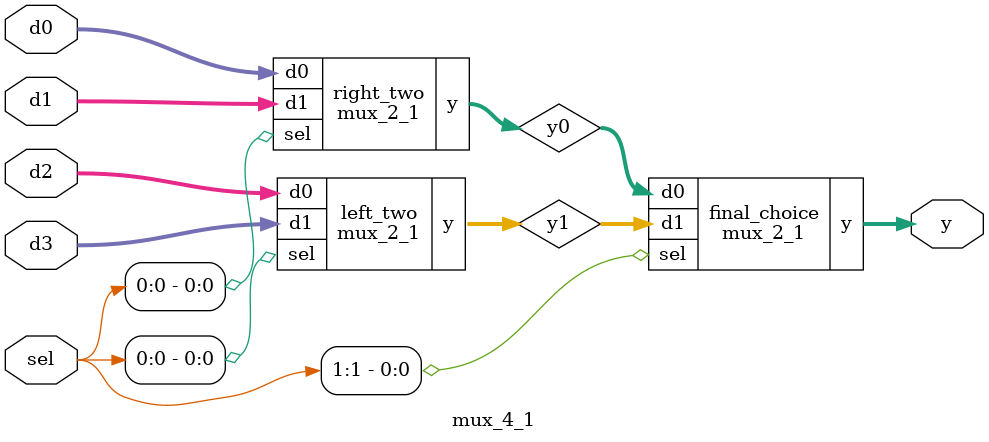
<source format=sv>

module mux_2_1
(
  input  [3:0] d0, d1,
  input        sel,
  output [3:0] y
);

  assign y = sel ? d1 : d0;

endmodule

//----------------------------------------------------------------------------
// Task
//----------------------------------------------------------------------------

module mux_4_1
(
  input  [3:0] d0, d1, d2, d3,
  input  [1:0] sel,
  output [3:0] y
);

  // Task:
  // Implement mux_4_1 using three instances of mux_2_1

  wire [3:0]y0, y1;
  
  
   mux_2_1 right_two(
  .d0(d0), //00
  .d1(d1), //01
  .sel(sel[0]),
  .y(y0)
  );
  
  mux_2_1 left_two(
  .d0(d2), //10
  .d1(d3), //11
  .sel(sel[0]),
  .y(y1)
  );
 
  
  mux_2_1 final_choice(
  .d0(y0), 
  .d1(y1), 
  .sel(sel[1]),
  .y(y)
  );
  

  
endmodule

</source>
